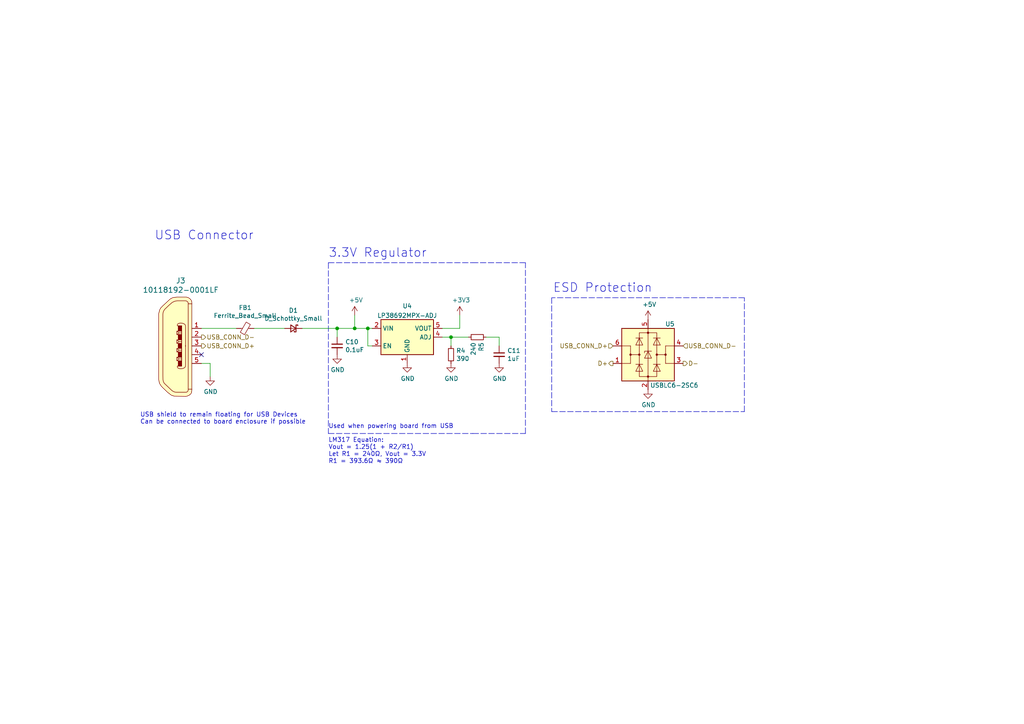
<source format=kicad_sch>
(kicad_sch (version 20211123) (generator eeschema)
  (paper "A4")
  (title_block (title "USB Connector and ESD Protection") (date "2021-12-06") (rev "v1.0.4") (company "Missouri S&T Rocket Design Team '21 (Thomas Francois)") (comment 1 "https://github.com/MSTRocketDesignTeam/Avionics-Data-Collection-PCB") (comment 2 "Intended as initial pre-production design") (comment 3 "Schematic depicting logical connections between components"))
  (lib_symbols
    (symbol "Data_Collection_KiCAD_Project-rescue:+5V-power-Data_Collection_KiCAD_Project-rescue" (power) (pin_names (offset 0))
      (property "Value" "Data_Collection_KiCAD_Project-rescue_+5V-power-Data_Collection_KiCAD_Project-rescue" (at 0 3.556 0))
      (symbol "+5V-power-Data_Collection_KiCAD_Project-rescue_0_1"
        (polyline (pts (xy -0.762 1.27) (xy 0 2.54)))
        (polyline (pts (xy 0 0) (xy 0 2.54)))
        (polyline (pts (xy 0 2.54) (xy 0.762 1.27)))
      )
      (symbol "+5V-power-Data_Collection_KiCAD_Project-rescue_1_1"
        (pin power_in line (at 0 0 90) (length 0) hide (name "+5V") (number "1"))
      )
    )
    (symbol "Data_Collection_KiCAD_Project-rescue:Ferrite_Bead_Small-Device-Data_Collection_KiCAD_Project-rescue" (pin_numbers hide) (pin_names (offset 0))
      (property "Reference" "FB" (at 1.905 1.27 0))
      (property "Value" "Data_Collection_KiCAD_Project-rescue_Ferrite_Bead_Small-Device-Data_Collection_KiCAD_Project-rescue" (at 1.905 -1.27 0))
      (symbol "Ferrite_Bead_Small-Device-Data_Collection_KiCAD_Project-rescue_0_1"
        (polyline (pts (xy 0 -1.27) (xy 0 -0.7874)))
        (polyline (pts (xy 0 0.889) (xy 0 1.2954)))
        (polyline (pts (xy -1.8288 0.2794) (xy -1.1176 1.4986) (xy 1.8288 -0.2032) (xy 1.1176 -1.4224) (xy -1.8288 0.2794)))
      )
      (symbol "Ferrite_Bead_Small-Device-Data_Collection_KiCAD_Project-rescue_1_1"
        (pin passive line (at 0 2.54 270) (length 1.27) (name "~") (number "1"))
        (pin passive line (at 0 -2.54 90) (length 1.27) (name "~") (number "2"))
      )
    )
    (symbol "Data_Collection_KiCAD_Project-rescue:GND-power-Data_Collection_KiCAD_Project-rescue" (power) (pin_names (offset 0))
      (property "Value" "Data_Collection_KiCAD_Project-rescue_GND-power-Data_Collection_KiCAD_Project-rescue" (at 0 -3.81 0))
      (symbol "GND-power-Data_Collection_KiCAD_Project-rescue_0_1"
        (polyline (pts (xy 0 0) (xy 0 -1.27) (xy 1.27 -1.27) (xy 0 -2.54) (xy -1.27 -1.27) (xy 0 -1.27)))
      )
      (symbol "GND-power-Data_Collection_KiCAD_Project-rescue_1_1"
        (pin power_in line (at 0 0 270) (length 0) hide (name "GND") (number "1"))
      )
    )
    (symbol "Data_Collection_KiCAD_Project-rescue:USBLC6-2SC6-Power_Protection-Data_Collection_KiCAD_Project-rescue" (pin_names hide)
      (property "Reference" "U" (at 2.54 8.89 0))
      (property "Value" "Data_Collection_KiCAD_Project-rescue_USBLC6-2SC6-Power_Protection-Data_Collection_KiCAD_Project-rescue" (at 2.54 -8.89 0))
      (symbol "USBLC6-2SC6-Power_Protection-Data_Collection_KiCAD_Project-rescue_0_1"
        (rectangle (start -7.62 -7.62) (end 7.62 7.62) (stroke (width 0.254)) (fill (type background)))
        (circle (center -5.08 0) (radius 0.254) (fill (type outline)))
        (circle (center -2.54 0) (radius 0.254) (fill (type outline)))
        (rectangle (start -2.54 6.35) (end 2.54 -6.35))
        (circle (center 0 -6.35) (radius 0.254) (fill (type outline)))
        (polyline (pts (xy -5.08 -2.54) (xy -7.62 -2.54)))
        (polyline (pts (xy -5.08 0) (xy -5.08 -2.54)))
        (polyline (pts (xy -5.08 2.54) (xy -7.62 2.54)))
        (polyline (pts (xy -1.524 -2.794) (xy -3.556 -2.794)))
        (polyline (pts (xy -1.524 4.826) (xy -3.556 4.826)))
        (polyline (pts (xy 0 -7.62) (xy 0 -6.35)))
        (polyline (pts (xy 0 -6.35) (xy 0 1.27)))
        (polyline (pts (xy 0 1.27) (xy 0 6.35)))
        (polyline (pts (xy 0 6.35) (xy 0 7.62)))
        (polyline (pts (xy 1.524 -2.794) (xy 3.556 -2.794)))
        (polyline (pts (xy 1.524 4.826) (xy 3.556 4.826)))
        (polyline (pts (xy 5.08 -2.54) (xy 7.62 -2.54)))
        (polyline (pts (xy 5.08 0) (xy 5.08 -2.54)))
        (polyline (pts (xy 5.08 2.54) (xy 7.62 2.54)))
        (polyline (pts (xy -2.54 0) (xy -5.08 0) (xy -5.08 2.54)))
        (polyline (pts (xy 2.54 0) (xy 5.08 0) (xy 5.08 2.54)))
        (polyline (pts (xy -3.556 -4.826) (xy -1.524 -4.826) (xy -2.54 -2.794) (xy -3.556 -4.826)))
        (polyline (pts (xy -3.556 2.794) (xy -1.524 2.794) (xy -2.54 4.826) (xy -3.556 2.794)))
        (polyline (pts (xy -1.016 -1.016) (xy 1.016 -1.016) (xy 0 1.016) (xy -1.016 -1.016)))
        (polyline (pts (xy 1.016 1.016) (xy 0.762 1.016) (xy -1.016 1.016) (xy -1.016 0.508)))
        (polyline (pts (xy 3.556 -4.826) (xy 1.524 -4.826) (xy 2.54 -2.794) (xy 3.556 -4.826)))
        (polyline (pts (xy 3.556 2.794) (xy 1.524 2.794) (xy 2.54 4.826) (xy 3.556 2.794)))
        (circle (center 0 6.35) (radius 0.254) (fill (type outline)))
        (circle (center 2.54 0) (radius 0.254) (fill (type outline)))
        (circle (center 5.08 0) (radius 0.254) (fill (type outline)))
      )
      (symbol "USBLC6-2SC6-Power_Protection-Data_Collection_KiCAD_Project-rescue_1_1"
        (pin passive line (at -10.16 -2.54 0) (length 2.54) (name "I/O1") (number "1"))
        (pin passive line (at 0 -10.16 90) (length 2.54) (name "GND") (number "2"))
        (pin passive line (at 10.16 -2.54 180) (length 2.54) (name "I/O2") (number "3"))
        (pin passive line (at 10.16 2.54 180) (length 2.54) (name "I/O2") (number "4"))
        (pin passive line (at 0 10.16 270) (length 2.54) (name "VBUS") (number "5"))
        (pin passive line (at -10.16 2.54 0) (length 2.54) (name "I/O1") (number "6"))
      )
    )
    (symbol "Device:C_Small" (pin_numbers hide) (pin_names (offset 0.254) hide)
      (property "Reference" "C" (at 0.254 1.778 0))
      (property "Value" "C_Small" (at 0.254 -2.032 0))
      (symbol "C_Small_0_1"
        (polyline (pts (xy -1.524 -0.508) (xy 1.524 -0.508)) (stroke (width 0.3302)))
        (polyline (pts (xy -1.524 0.508) (xy 1.524 0.508)) (stroke (width 0.3048)))
      )
      (symbol "C_Small_1_1"
        (pin passive line (at 0 2.54 270) (length 2.032) (name "~") (number "1"))
        (pin passive line (at 0 -2.54 90) (length 2.032) (name "~") (number "2"))
      )
    )
    (symbol "Device:D_Schottky_Small" (pin_numbers hide) (pin_names (offset 0.254) hide)
      (property "Reference" "D" (at -1.27 2.032 0))
      (property "Value" "D_Schottky_Small" (at -7.112 -2.032 0))
      (symbol "D_Schottky_Small_0_1"
        (polyline (pts (xy -0.762 0) (xy 0.762 0)))
        (polyline (pts (xy 0.762 -1.016) (xy -0.762 0) (xy 0.762 1.016) (xy 0.762 -1.016)) (stroke (width 0.254)))
        (polyline (pts (xy -1.27 0.762) (xy -1.27 1.016) (xy -0.762 1.016) (xy -0.762 -1.016) (xy -0.254 -1.016) (xy -0.254 -0.762)) (stroke (width 0.254)))
      )
      (symbol "D_Schottky_Small_1_1"
        (pin passive line (at -2.54 0 0) (length 1.778) (name "K") (number "1"))
        (pin passive line (at 2.54 0 180) (length 1.778) (name "A") (number "2"))
      )
    )
    (symbol "Device:R_Small" (pin_numbers hide) (pin_names (offset 0.254) hide)
      (property "Reference" "R" (at 0.762 0.508 0))
      (property "Value" "R_Small" (at 0.762 -1.016 0))
      (symbol "R_Small_0_1"
        (rectangle (start -0.762 1.778) (end 0.762 -1.778) (stroke (width 0.2032)))
      )
      (symbol "R_Small_1_1"
        (pin passive line (at 0 2.54 270) (length 0.762) (name "~") (number "1"))
        (pin passive line (at 0 -2.54 90) (length 0.762) (name "~") (number "2"))
      )
    )
    (symbol "Regulator_Linear:ADP7182AUJZ"
      (property "Reference" "U" (at 0 -7.62 0))
      (property "Value" "ADP7182AUJZ" (at 0 -6.35 0))
      (symbol "ADP7182AUJZ_0_1"
        (rectangle (start -7.62 5.08) (end 7.62 -5.08) (stroke (width 0.254)) (fill (type background)))
      )
      (symbol "ADP7182AUJZ_1_1"
        (pin power_in line (at 0 7.62 270) (length 2.54) (name "GND") (number "1"))
        (pin power_in line (at -10.16 -2.54 0) (length 2.54) (name "VIN") (number "2"))
        (pin input line (at -10.16 2.54 0) (length 2.54) (name "EN") (number "3"))
        (pin input line (at 10.16 0 180) (length 2.54) (name "ADJ") (number "4"))
        (pin power_out line (at 10.16 -2.54 180) (length 2.54) (name "VOUT") (number "5"))
      )
    )
    (symbol "dk_USB-DVI-HDMI-Connectors:10118192-0001LF" (pin_names (offset 1.016))
      (property "Reference" "J" (at -3.7592 15.1892 0))
      (property "Value" "10118192-0001LF" (at -6.2992 -6.4008 90))
      (symbol "10118192-0001LF_0_1"
        (polyline (pts (xy 3.7846 12.2428) (xy 3.7846 -12.5476)))
        (polyline (pts (xy 0.4826 -4.2926) (xy 0.4826 -3.2766) (xy 1.8796 -3.2766) (xy 1.8796 -4.2926) (xy 0.4826 -4.2926) (xy 1.1176 -3.7846) (xy 0.4826 -3.2766) (xy 1.8796 -3.2766) (xy 1.8796 -3.7846) (xy 1.1176 -3.7846)))
        (polyline (pts (xy 0.4826 -1.7526) (xy 0.4826 -0.7366) (xy 1.8796 -0.7366) (xy 1.8796 -1.7526) (xy 0.4826 -1.7526) (xy 1.1176 -1.2446) (xy 0.4826 -0.7366) (xy 1.8796 -0.7366) (xy 1.8796 -1.2446) (xy 1.1176 -1.2446)))
        (polyline (pts (xy 0.4826 1.7526) (xy 0.4826 0.7366) (xy 1.8796 0.7366) (xy 1.8796 1.7526) (xy 0.4826 1.7526) (xy 1.1176 1.2446) (xy 0.4826 0.7366) (xy 1.8796 0.7366) (xy 1.8796 1.2446) (xy 1.1176 1.2446)))
        (polyline (pts (xy 0.4826 4.2926) (xy 0.4826 3.2766) (xy 1.8796 3.2766) (xy 1.8796 4.2926) (xy 0.4826 4.2926) (xy 1.1176 3.7846) (xy 0.4826 3.2766) (xy 1.8796 3.2766) (xy 1.8796 3.7846) (xy 1.1176 3.7846)))
        (polyline (pts (xy 1.905 -0.0254) (xy 1.905 5.842) (xy 0.635 5.842) (xy 0.635 6.1468) (xy 0.8128 6.4262) (xy 1.1938 6.5786) (xy 1.651 6.6294) (xy 2.2606 6.5532) (xy 2.7178 6.3246) (xy 2.9464 6.0706) (xy 3.0226 5.6388) (xy 3.0226 4.8006) (xy 3.0226 -0.127)))
        (polyline (pts (xy 1.905 0.0254) (xy 1.905 -5.842) (xy 0.635 -5.842) (xy 0.635 -6.1468) (xy 0.8128 -6.4262) (xy 1.1938 -6.5786) (xy 1.651 -6.6294) (xy 2.2606 -6.5532) (xy 2.7178 -6.3246) (xy 2.9464 -6.0706) (xy 3.0226 -5.6388) (xy 3.0226 -4.8006) (xy 3.0226 0.127)))
        (polyline (pts (xy 4.8514 -12.5476) (xy 3.8354 -12.5476) (xy 3.7846 -12.5476) (xy 3.7846 -12.9032) (xy 3.6068 -13.2334) (xy 3.429 -13.3604) (xy 3.2258 -13.4366) (xy 0.4572 -13.4366) (xy 0.0508 -13.4112) (xy -0.3302 -13.3096) (xy -0.6604 -13.1318) (xy -0.9906 -12.9032) (xy -3.1496 -10.8458) (xy -3.4036 -10.3886) (xy -3.5306 -9.779) (xy -3.556 -8.636) (xy -3.556 9.2202) (xy -3.5306 9.4234) (xy -3.4544 9.8298) (xy -3.302 10.1854) (xy -3.0226 10.6172) (xy -1.7526 11.8364) (xy -0.8636 12.5984) (xy -0.3302 12.8778) (xy 0.0762 13.0048) (xy 0.6096 13.081) (xy 3.0734 13.081) (xy 3.3274 13.0048) (xy 3.5814 12.8524) (xy 3.7846 12.5222) (xy 3.7846 12.2174) (xy 4.8514 12.2174)))
        (polyline (pts (xy 4.8514 -11.4808) (xy 4.8514 -12.8016) (xy 4.7752 -13.4366) (xy 4.572 -13.8684) (xy 4.0386 -14.3256) (xy 3.5814 -14.5288) (xy 3.0988 -14.605) (xy -0.2794 -14.5542) (xy -0.7112 -14.4526) (xy -1.2446 -14.1986) (xy -2.2098 -13.4366) (xy -3.556 -12.1412) (xy -4.0132 -11.6586) (xy -4.3688 -11.1506) (xy -4.6228 -10.5918) (xy -4.7498 -9.7536) (xy -4.7498 9.3726) (xy -4.5974 10.0838) (xy -4.4704 10.4648) (xy -4.2164 10.9728) (xy -3.6068 11.6078) (xy -1.4478 13.589) (xy -0.9652 13.8684) (xy -0.5588 14.0208) (xy 0.0762 14.1224) (xy 0.5588 14.1732) (xy 3.2766 14.1732) (xy 3.7592 14.0208) (xy 4.2164 13.7414) (xy 4.445 13.5128) (xy 4.699 13.1572) (xy 4.826 12.8524) (xy 4.8514 12.446) (xy 4.8514 -11.5062)) (fill (type background)))
        (rectangle (start 0.889 -4.318) (end 1.905 -5.842) (fill (type outline)))
        (rectangle (start 0.889 -3.302) (end 1.905 -1.778) (fill (type outline)))
        (rectangle (start 0.889 -0.635) (end 1.905 0.381) (fill (type outline)))
        (rectangle (start 0.889 0.635) (end 1.905 -0.381) (fill (type outline)))
        (rectangle (start 0.889 3.302) (end 1.905 1.778) (fill (type outline)))
        (rectangle (start 0.889 4.318) (end 1.905 5.842) (fill (type outline)))
      )
      (symbol "10118192-0001LF_1_1"
        (pin passive line (at 7.62 5.08 180) (length 2.794) (name "~") (number "1"))
        (pin passive line (at 7.62 2.54 180) (length 2.794) (name "~") (number "2"))
        (pin passive line (at 7.62 0 180) (length 2.794) (name "~") (number "3"))
        (pin passive line (at 7.62 -2.54 180) (length 2.794) (name "~") (number "4"))
        (pin passive line (at 7.62 -5.08 180) (length 2.794) (name "~") (number "5"))
      )
    )
    (symbol "power:+3.3V" (power) (pin_names (offset 0))
      (property "Value" "+3.3V" (at 0 3.556 0))
      (symbol "+3.3V_0_1"
        (polyline (pts (xy -0.762 1.27) (xy 0 2.54)))
        (polyline (pts (xy 0 0) (xy 0 2.54)))
        (polyline (pts (xy 0 2.54) (xy 0.762 1.27)))
      )
      (symbol "+3.3V_1_1"
        (pin power_in line (at 0 0 90) (length 0) hide (name "+3V3") (number "1"))
      )
    )
    (symbol "power:+5V" (power) (pin_names (offset 0))
      (property "Value" "+5V" (at 0 3.556 0))
      (symbol "+5V_0_1"
        (polyline (pts (xy -0.762 1.27) (xy 0 2.54)))
        (polyline (pts (xy 0 0) (xy 0 2.54)))
        (polyline (pts (xy 0 2.54) (xy 0.762 1.27)))
      )
      (symbol "+5V_1_1"
        (pin power_in line (at 0 0 90) (length 0) hide (name "+5V") (number "1"))
      )
    )
    (symbol "power:GND" (power) (pin_names (offset 0))
      (property "Value" "GND" (at 0 -3.81 0))
      (symbol "GND_0_1"
        (polyline (pts (xy 0 0) (xy 0 -1.27) (xy 1.27 -1.27) (xy 0 -2.54) (xy -1.27 -1.27) (xy 0 -1.27)))
      )
      (symbol "GND_1_1"
        (pin power_in line (at 0 0 270) (length 0) hide (name "GND") (number "1"))
      )
    )
  )
  (junction (at 97.79 95.25))
  (junction (at 106.68 95.25))
  (junction (at 130.81 97.79))
  (junction (at 102.87 95.25))
  (no_connect (at 58.42 102.87))
  (wire (pts (xy 58.42 95.25) (xy 68.58 95.25)))
  (wire (pts (xy 102.87 95.25) (xy 106.68 95.25)))
  (wire (pts (xy 97.79 97.79) (xy 97.79 95.25)))
  (polyline (pts (xy 95.25 76.2) (xy 137.16 76.2)))
  (wire (pts (xy 128.27 97.79) (xy 130.81 97.79)))
  (wire (pts (xy 107.95 100.33) (xy 106.68 100.33)))
  (wire (pts (xy 106.68 95.25) (xy 106.68 100.33)))
  (polyline (pts (xy 137.16 125.73) (xy 152.4 125.73)))
  (polyline (pts (xy 160.02 119.38) (xy 215.9 119.38)))
  (wire (pts (xy 130.81 97.79) (xy 130.81 100.33)))
  (wire (pts (xy 144.78 100.33) (xy 144.78 97.79)))
  (polyline (pts (xy 95.25 76.2) (xy 95.25 125.73)))
  (polyline (pts (xy 152.4 76.2) (xy 137.16 76.2)))
  (polyline (pts (xy 215.9 86.36) (xy 160.02 86.36)))
  (polyline (pts (xy 215.9 119.38) (xy 215.9 86.36)))
  (wire (pts (xy 87.63 95.25) (xy 97.79 95.25)))
  (wire (pts (xy 130.81 97.79) (xy 135.89 97.79)))
  (wire (pts (xy 106.68 95.25) (xy 107.95 95.25)))
  (wire (pts (xy 73.66 95.25) (xy 82.55 95.25)))
  (wire (pts (xy 60.96 105.41) (xy 58.42 105.41)))
  (polyline (pts (xy 152.4 125.73) (xy 152.4 76.2)))
  (wire (pts (xy 60.96 109.22) (xy 60.96 105.41)))
  (wire (pts (xy 97.79 95.25) (xy 102.87 95.25)))
  (polyline (pts (xy 160.02 86.36) (xy 160.02 119.38)))
  (wire (pts (xy 144.78 97.79) (xy 140.97 97.79)))
  (wire (pts (xy 102.87 91.44) (xy 102.87 95.25)))
  (polyline (pts (xy 95.25 125.73) (xy 137.16 125.73)))
  (wire (pts (xy 128.27 95.25) (xy 133.35 95.25)))
  (wire (pts (xy 133.35 95.25) (xy 133.35 91.44)))
  (text "LM317 Equation:\nVout = 1.25(1 + R2/R1)\nLet R1 = 240Ω, Vout = 3.3V\nR1 = 393.6Ω ≈ 390Ω" (at 95.25 134.62 0) (effects (font (size 1.27 1.27)) (justify left bottom)))
  (text "Used when powering board from USB" (at 95.25 124.46 0) (effects (font (size 1.27 1.27)) (justify left bottom)))
  (text "ESD Protection" (at 189.23 85.09 180) (effects (font (size 2.54 2.54)) (justify right bottom)))
  (text "USB shield to remain floating for USB Devices\nCan be connected to board enclosure if possible" (at 40.64 123.19 0) (effects (font (size 1.27 1.27)) (justify left bottom)))
  (text "USB Connector" (at 73.66 69.85 180) (effects (font (size 2.54 2.54)) (justify right bottom)))
  (text "3.3V Regulator" (at 95.25 74.93 0) (effects (font (size 2.54 2.54)) (justify left bottom)))
  (hierarchical_label "D-" (shape output) (at 198.12 105.41 0))
  (hierarchical_label "D+" (shape output) (at 177.8 105.41 180))
  (hierarchical_label "USB_CONN_D+" (shape input) (at 177.8 100.33 180))
  (hierarchical_label "USB_CONN_D-" (shape output) (at 58.42 97.79 0))
  (hierarchical_label "USB_CONN_D+" (shape output) (at 58.42 100.33 0))
  (hierarchical_label "USB_CONN_D-" (shape input) (at 198.12 100.33 0))
  (symbol (lib_id "Data_Collection_KiCAD_Project-rescue:GND-power-Data_Collection_KiCAD_Project-rescue") (at 60.96 109.22 0) (unit 1)
    (property "Reference" "#PWR029" (effects hide))
    (property "Value" "GND" (at 61.087 113.6142 0))
  )
  (symbol (lib_id "Data_Collection_KiCAD_Project-rescue:USBLC6-2SC6-Power_Protection-Data_Collection_KiCAD_Project-rescue") (at 187.96 102.87 0) (unit 1)
    (property "Reference" "U5" (at 194.31 93.98 0))
    (property "Value" "USBLC6-2SC6" (at 195.58 111.76 0))
    (property "Footprint" "Package_TO_SOT_SMD:SOT-23-6" (effects hide))
    (property "Datasheet" "https://www.st.com/resource/en/datasheet/usblc6-2.pdf" (effects hide))
  )
  (symbol (lib_id "Data_Collection_KiCAD_Project-rescue:GND-power-Data_Collection_KiCAD_Project-rescue") (at 187.96 113.03 0) (unit 1)
    (property "Reference" "#PWR037" (effects hide))
    (property "Value" "GND" (at 188.087 117.4242 0))
  )
  (symbol (lib_id "Data_Collection_KiCAD_Project-rescue:+5V-power-Data_Collection_KiCAD_Project-rescue") (at 187.96 92.71 0) (unit 1)
    (property "Reference" "#PWR036" (effects hide))
    (property "Value" "+5V" (at 188.341 88.3158 0))
  )
  (symbol (lib_id "Data_Collection_KiCAD_Project-rescue:Ferrite_Bead_Small-Device-Data_Collection_KiCAD_Project-rescue") (at 71.12 95.25 270) (unit 1)
    (property "Reference" "FB1" (at 71.12 89.2302 90))
    (property "Value" "Ferrite_Bead_Small" (at 71.12 91.5416 90))
    (property "Footprint" "Capacitor_SMD:C_0603_1608Metric_Pad1.08x0.95mm_HandSolder" (effects hide))
  )
  (symbol (lib_id "dk_USB-DVI-HDMI-Connectors:10118192-0001LF") (at 50.8 100.33 0) (unit 1)
    (property "Reference" "J3" (at 52.4256 81.407 0) (effects (font (size 1.524 1.524))))
    (property "Value" "10118192-0001LF" (at 52.4256 84.0994 0) (effects (font (size 1.524 1.524))))
    (property "Footprint" "Connector_USB:USB_Micro-B_Molex-105017-0001" (effects hide))
    (property "Datasheet" "http://www.amphenol-icc.com/media/wysiwyg/files/drawing/10118192.pdf" (effects hide))
    (property "Digi-Key_PN" "609-4613-1-ND" (effects hide))
    (property "MPN" "10118192-0001LF" (effects hide))
    (property "Category" "Connectors, Interconnects" (effects hide))
    (property "Family" "USB, DVI, HDMI Connectors" (effects hide))
    (property "DK_Datasheet_Link" "http://www.amphenol-icc.com/media/wysiwyg/files/drawing/10118192.pdf" (effects hide))
    (property "DK_Detail_Page" "/product-detail/en/amphenol-icc-fci/10118192-0001LF/609-4613-1-ND/2785378" (effects hide))
    (property "Description" "CONN RCPT USB2.0 MICRO B SMD R/A" (effects hide))
    (property "Manufacturer" "Amphenol ICC (FCI)" (effects hide))
    (property "Status" "Active" (effects hide))
  )
  (symbol (lib_id "Device:R_Small") (at 138.43 97.79 270) (unit 1)
    (property "Reference" "R5" (at 139.5984 99.2886 0) (effects (justify left)))
    (property "Value" "240" (at 137.287 99.2886 0) (effects (justify left)))
    (property "Footprint" "Resistor_SMD:R_0603_1608Metric_Pad0.98x0.95mm_HandSolder" (effects hide))
    (property "LCSC" " C23350" (effects hide))
  )
  (symbol (lib_id "Device:D_Schottky_Small") (at 85.09 95.25 0) (mirror y) (unit 1)
    (property "Reference" "D1" (at 85.09 90.043 0))
    (property "Value" "D_Schottky_Small" (at 85.09 92.3544 0))
    (property "Footprint" "Diode_SMD:D_0603_1608Metric_Pad1.05x0.95mm_HandSolder" (effects hide))
    (property "LCSC" " C239808 " (effects hide))
  )
  (symbol (lib_id "Device:R_Small") (at 130.81 102.87 0) (unit 1)
    (property "Reference" "R4" (at 132.3086 101.7016 0) (effects (justify left)))
    (property "Value" "390" (at 132.3086 104.013 0) (effects (justify left)))
    (property "Footprint" "Resistor_SMD:R_0603_1608Metric_Pad0.98x0.95mm_HandSolder" (effects hide))
    (property "LCSC" " C23151" (effects hide))
  )
  (symbol (lib_id "power:GND") (at 97.79 102.87 0) (unit 1)
    (property "Reference" "#PWR030" (effects hide))
    (property "Value" "GND" (at 97.917 107.2642 0))
  )
  (symbol (lib_id "power:+5V") (at 102.87 91.44 0) (unit 1)
    (property "Reference" "#PWR031" (effects hide))
    (property "Value" "+5V" (at 103.251 87.0458 0))
  )
  (symbol (lib_id "power:GND") (at 130.81 105.41 0) (unit 1)
    (property "Reference" "#PWR033" (effects hide))
    (property "Value" "GND" (at 130.937 109.8042 0))
  )
  (symbol (lib_id "Device:C_Small") (at 144.78 102.87 0) (unit 1)
    (property "Reference" "C11" (at 147.1168 101.7016 0) (effects (justify left)))
    (property "Value" "1uF" (at 147.1168 104.013 0) (effects (justify left)))
    (property "Footprint" "Capacitor_SMD:C_0603_1608Metric_Pad1.08x0.95mm_HandSolder" (effects hide))
    (property "LCSC" "C15849 " (effects hide))
  )
  (symbol (lib_id "power:GND") (at 118.11 105.41 0) (unit 1)
    (property "Reference" "#PWR032" (effects hide))
    (property "Value" "GND" (at 118.237 109.8042 0))
  )
  (symbol (lib_id "power:GND") (at 144.78 105.41 0) (unit 1)
    (property "Reference" "#PWR035" (effects hide))
    (property "Value" "GND" (at 144.907 109.8042 0))
  )
  (symbol (lib_id "power:+3.3V") (at 133.35 91.44 0) (unit 1)
    (property "Reference" "#PWR034" (effects hide))
    (property "Value" "+3.3V" (at 133.731 87.0458 0))
  )
  (symbol (lib_id "Regulator_Linear:ADP7182AUJZ") (at 118.11 97.79 0) (mirror x) (unit 1)
    (property "Reference" "U4" (at 118.11 88.7435 0))
    (property "Value" "LP38692MPX-ADJ" (at 118.11 91.5186 0))
    (property "Footprint" "Package_TO_SOT_SMD:SOT-223-5" (effects hide))
    (property "Datasheet" "https://media.digikey.com/pdf/Data%20Sheets/Texas%20Instruments%20PDFs/LP38690,92-ADJ.pdf" (effects hide))
    (property "LCSC" "C527485" (effects hide))
  )
  (symbol (lib_id "Device:C_Small") (at 97.79 100.33 0) (unit 1)
    (property "Reference" "C10" (at 100.1268 99.1616 0) (effects (justify left)))
    (property "Value" "0.1uF" (at 100.1268 101.473 0) (effects (justify left)))
    (property "Footprint" "Capacitor_SMD:C_0603_1608Metric_Pad1.08x0.95mm_HandSolder" (effects hide))
    (property "LCSC" "C14663" (effects hide))
  )
)
</source>
